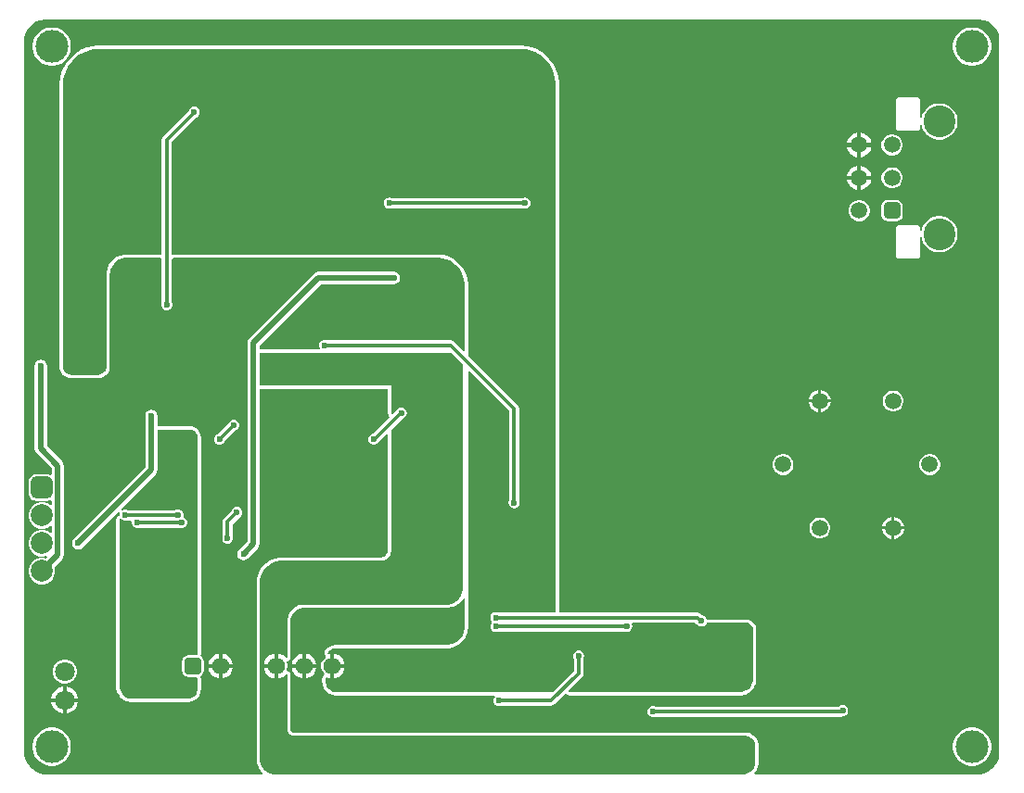
<source format=gbl>
G04*
G04 #@! TF.GenerationSoftware,Altium Limited,Altium Designer,24.0.1 (36)*
G04*
G04 Layer_Physical_Order=2*
G04 Layer_Color=16711680*
%FSLAX44Y44*%
%MOMM*%
G71*
G04*
G04 #@! TF.SameCoordinates,0B949CC5-81DD-4DDC-A94B-3872E86EF17A*
G04*
G04*
G04 #@! TF.FilePolarity,Positive*
G04*
G01*
G75*
%ADD10C,0.3000*%
%ADD51C,0.5000*%
%ADD53C,1.5000*%
%ADD54C,3.0000*%
G04:AMPARAMS|DCode=55|XSize=1.52mm|YSize=1.52mm|CornerRadius=0.38mm|HoleSize=0mm|Usage=FLASHONLY|Rotation=270.000|XOffset=0mm|YOffset=0mm|HoleType=Round|Shape=RoundedRectangle|*
%AMROUNDEDRECTD55*
21,1,1.5200,0.7600,0,0,270.0*
21,1,0.7600,1.5200,0,0,270.0*
1,1,0.7600,-0.3800,-0.3800*
1,1,0.7600,-0.3800,0.3800*
1,1,0.7600,0.3800,0.3800*
1,1,0.7600,0.3800,-0.3800*
%
%ADD55ROUNDEDRECTD55*%
%ADD56C,1.5200*%
%ADD57C,2.9100*%
%ADD58C,1.8000*%
G04:AMPARAMS|DCode=59|XSize=2mm|YSize=2mm|CornerRadius=0.5mm|HoleSize=0mm|Usage=FLASHONLY|Rotation=270.000|XOffset=0mm|YOffset=0mm|HoleType=Round|Shape=RoundedRectangle|*
%AMROUNDEDRECTD59*
21,1,2.0000,1.0000,0,0,270.0*
21,1,1.0000,2.0000,0,0,270.0*
1,1,1.0000,-0.5000,-0.5000*
1,1,1.0000,-0.5000,0.5000*
1,1,1.0000,0.5000,0.5000*
1,1,1.0000,0.5000,-0.5000*
%
%ADD59ROUNDEDRECTD59*%
%ADD60C,2.0000*%
%ADD61C,1.5750*%
G04:AMPARAMS|DCode=62|XSize=1.575mm|YSize=1.575mm|CornerRadius=0.3938mm|HoleSize=0mm|Usage=FLASHONLY|Rotation=0.000|XOffset=0mm|YOffset=0mm|HoleType=Round|Shape=RoundedRectangle|*
%AMROUNDEDRECTD62*
21,1,1.5750,0.7875,0,0,0.0*
21,1,0.7875,1.5750,0,0,0.0*
1,1,0.7875,0.3938,-0.3938*
1,1,0.7875,-0.3938,-0.3938*
1,1,0.7875,-0.3938,0.3938*
1,1,0.7875,0.3938,0.3938*
%
%ADD62ROUNDEDRECTD62*%
%ADD63C,0.6000*%
G36*
X880834Y694231D02*
X884474Y692724D01*
X887749Y690535D01*
X890535Y687749D01*
X892724Y684474D01*
X894231Y680834D01*
X895000Y676970D01*
X895000Y675000D01*
X895000Y25000D01*
Y23030D01*
X894231Y19166D01*
X892724Y15526D01*
X890535Y12251D01*
X887749Y9465D01*
X884473Y7276D01*
X880834Y5769D01*
X876970Y5000D01*
X875000D01*
X671678D01*
X671152Y6270D01*
X671707Y6825D01*
X671874Y7075D01*
X672087Y7288D01*
X673291Y9090D01*
X673406Y9368D01*
X673574Y9619D01*
X674403Y11621D01*
X674462Y11916D01*
X674577Y12194D01*
X675000Y14319D01*
Y14621D01*
X675058Y14916D01*
X675058Y15998D01*
X675059Y16000D01*
Y31886D01*
X675000Y32182D01*
Y32483D01*
X674654Y34222D01*
X674539Y34500D01*
X674480Y34796D01*
X673802Y36434D01*
X673634Y36684D01*
X673519Y36962D01*
X672534Y38437D01*
X672321Y38649D01*
X672154Y38900D01*
X670900Y40154D01*
X670649Y40321D01*
X670436Y40534D01*
X668962Y41519D01*
X668684Y41634D01*
X668434Y41802D01*
X666796Y42480D01*
X666500Y42539D01*
X666222Y42654D01*
X664483Y43000D01*
X664182D01*
X663886Y43059D01*
X663000D01*
X663000Y43059D01*
X521760D01*
X251268Y43059D01*
X250675Y43117D01*
X249451Y43624D01*
X248624Y44451D01*
X248117Y45675D01*
X248059Y46267D01*
Y96041D01*
X248039Y96140D01*
X248052Y96241D01*
X247923Y96722D01*
X247826Y97211D01*
X247770Y97296D01*
X247743Y97394D01*
X247440Y97789D01*
X247163Y98204D01*
X247078Y98260D01*
X247017Y98340D01*
X246585Y98590D01*
X246171Y98867D01*
X246071Y98886D01*
X245983Y98937D01*
X245222Y99195D01*
X244626Y99647D01*
X244446Y100224D01*
X244400Y100707D01*
X244875Y102480D01*
Y105080D01*
X244400Y106853D01*
X244446Y107336D01*
X244626Y107913D01*
X245222Y108364D01*
X245983Y108623D01*
X246071Y108674D01*
X246171Y108693D01*
X246585Y108970D01*
X247017Y109220D01*
X247078Y109300D01*
X247163Y109356D01*
X247440Y109771D01*
X247743Y110167D01*
X247770Y110265D01*
X247826Y110349D01*
X247923Y110838D01*
X248052Y111319D01*
X248039Y111420D01*
X248059Y111519D01*
Y144925D01*
X248116Y146095D01*
X248587Y148462D01*
X249482Y150622D01*
X250781Y152566D01*
X252434Y154219D01*
X254378Y155518D01*
X256537Y156412D01*
X258905Y156883D01*
X260086Y156941D01*
X391477D01*
X391773Y157000D01*
X392074D01*
X394972Y157576D01*
X395250Y157692D01*
X395546Y157751D01*
X398276Y158881D01*
X398526Y159049D01*
X398805Y159164D01*
X401261Y160805D01*
X401474Y161018D01*
X401725Y161186D01*
X403814Y163275D01*
X403982Y163526D01*
X404194Y163739D01*
X405671Y165949D01*
X406655Y165785D01*
X406941Y165641D01*
Y140075D01*
X406860Y138414D01*
X406198Y135086D01*
X404929Y132020D01*
X403085Y129261D01*
X400739Y126915D01*
X400739Y126915D01*
X397980Y125071D01*
X394914Y123802D01*
X391585Y123140D01*
X390637Y123094D01*
X390637Y123094D01*
X389924Y123059D01*
X388809Y123059D01*
X290001Y123059D01*
X289317Y123059D01*
X289317Y123059D01*
X289016Y123059D01*
X288720Y123000D01*
X288720D01*
X288720Y123000D01*
X288720D01*
X288720Y123000D01*
X288419Y123000D01*
X288124Y122942D01*
X288124D01*
X286783Y122675D01*
X286783Y122675D01*
X286782D01*
X286487Y122617D01*
X286209Y122501D01*
X285913Y122443D01*
X285635Y122327D01*
X285635Y122327D01*
X285635Y122327D01*
X284093Y121689D01*
X283843Y121522D01*
X283564Y121407D01*
X282177Y120480D01*
X282177Y120480D01*
X281926Y120312D01*
X281713Y120099D01*
X281462Y119932D01*
X280283Y118752D01*
X280283Y118752D01*
X280070Y118539D01*
X279902Y118289D01*
X279902Y118289D01*
X279902Y118289D01*
X279902Y118288D01*
X279689Y118076D01*
X279522Y117825D01*
X279522Y117825D01*
X279444Y117709D01*
X279382Y117559D01*
X279365Y117542D01*
X279343Y117488D01*
X279276Y117407D01*
X279210Y117285D01*
X279137Y117040D01*
X279060Y116897D01*
X279046Y116852D01*
X279036Y116748D01*
X278908Y116440D01*
X278908Y116288D01*
X278864Y116143D01*
X278908Y115695D01*
X278908Y115246D01*
X278966Y115106D01*
X278981Y114955D01*
X279130Y114677D01*
X279146Y114589D01*
X279239Y114446D01*
X279364Y114144D01*
X279442Y114028D01*
X279516Y113954D01*
X279543Y113902D01*
X279651Y113814D01*
X279798Y113589D01*
X280051Y113330D01*
X279891Y111785D01*
X279871Y111760D01*
X279736Y111682D01*
X277898Y109843D01*
X276598Y107592D01*
X275925Y105080D01*
Y102480D01*
X276598Y99968D01*
X277898Y97717D01*
X278781Y96833D01*
X278650Y95376D01*
X278566Y95250D01*
X278449Y95154D01*
X278419Y95118D01*
X278301Y95039D01*
X278299Y95038D01*
X278298Y95037D01*
X278086Y94825D01*
X277837Y94658D01*
X277670Y94408D01*
X277457Y94195D01*
X277456Y94193D01*
X277455Y94192D01*
X277341Y93915D01*
X277174Y93666D01*
X277115Y93371D01*
X277000Y93092D01*
Y93091D01*
X276999Y93089D01*
X277000Y92789D01*
X276941Y92495D01*
Y89015D01*
X277000Y88720D01*
Y88418D01*
X277384Y86486D01*
X277500Y86208D01*
X277558Y85913D01*
X278312Y84093D01*
X278480Y83842D01*
X278595Y83564D01*
X279689Y81926D01*
X279902Y81713D01*
X280070Y81462D01*
X281462Y80070D01*
X281713Y79902D01*
X281926Y79689D01*
X283564Y78595D01*
X283842Y78479D01*
X284093Y78312D01*
X285912Y77558D01*
X286208Y77500D01*
X286486Y77384D01*
X288418Y77000D01*
X288720D01*
X289015Y76941D01*
X290000D01*
X434074Y76941D01*
X434600Y75671D01*
X433761Y74832D01*
X433000Y72995D01*
Y71005D01*
X433761Y69168D01*
X435168Y67761D01*
X437005Y67000D01*
X438994D01*
X439989Y67412D01*
X486000D01*
X487756Y67761D01*
X489244Y68756D01*
X498482Y77994D01*
X498913Y78152D01*
X499698Y78313D01*
X500189Y77904D01*
X500504Y77560D01*
X500565Y77531D01*
X500613Y77484D01*
X501104Y77281D01*
X501155Y77257D01*
X501279Y77174D01*
X501372Y77155D01*
X501586Y77056D01*
X501653Y77053D01*
X501716Y77027D01*
X501853Y77000D01*
X502154Y77000D01*
X502449Y76941D01*
X659182D01*
X659477Y77000D01*
X659779D01*
X662097Y77461D01*
X662375Y77576D01*
X662671Y77635D01*
X664855Y78540D01*
X665105Y78707D01*
X665383Y78822D01*
X667349Y80136D01*
X667562Y80349D01*
X667812Y80516D01*
X668025Y80729D01*
X669484Y82188D01*
X669651Y82438D01*
X669651Y82438D01*
X669651Y82438D01*
X669864Y82651D01*
X670031Y82901D01*
X670032Y82902D01*
X671177Y84616D01*
X671293Y84895D01*
X671460Y85145D01*
X672365Y87329D01*
X672423Y87625D01*
X672539Y87903D01*
X673000Y90221D01*
Y90523D01*
X673058Y90818D01*
X673058Y91999D01*
X673059Y92000D01*
Y137000D01*
Y137974D01*
X673000Y138270D01*
Y138571D01*
X672885Y139150D01*
X672769Y139429D01*
X672711Y139724D01*
X671965Y141524D01*
X671798Y141775D01*
X671682Y142053D01*
X671354Y142544D01*
X671141Y142757D01*
X670974Y143008D01*
X669596Y144386D01*
X669345Y144553D01*
X669133Y144766D01*
X668641Y145094D01*
X668363Y145210D01*
X668112Y145377D01*
X666312Y146123D01*
X666017Y146181D01*
X665739Y146297D01*
X665159Y146412D01*
X664858D01*
X664562Y146471D01*
X627803D01*
X627239Y147832D01*
X625832Y149239D01*
X623995Y150000D01*
X623677D01*
X622433Y151244D01*
X620944Y152239D01*
X619188Y152588D01*
X493059D01*
Y249395D01*
X493059Y308122D01*
Y337099D01*
Y370307D01*
Y378000D01*
Y393500D01*
Y498427D01*
X493059Y523395D01*
Y635000D01*
X493059Y637163D01*
X493019Y637361D01*
X493033Y637562D01*
X492468Y641851D01*
X492403Y642042D01*
X492390Y642243D01*
X491270Y646422D01*
X491181Y646603D01*
X491142Y646801D01*
X489486Y650797D01*
X489374Y650965D01*
X489309Y651156D01*
X487146Y654902D01*
X487013Y655054D01*
X486924Y655235D01*
X484291Y658667D01*
X484139Y658800D01*
X484027Y658968D01*
X480968Y662027D01*
X480800Y662139D01*
X480667Y662290D01*
X477235Y664924D01*
X477054Y665013D01*
X476902Y665146D01*
X473156Y667309D01*
X472965Y667374D01*
X472797Y667486D01*
X468801Y669141D01*
X468603Y669181D01*
X468422Y669270D01*
X464243Y670390D01*
X464042Y670403D01*
X463851Y670468D01*
X459562Y671032D01*
X459360Y671019D01*
X459162Y671058D01*
X457003Y671058D01*
X455790Y671059D01*
X455789Y671059D01*
X455789Y671059D01*
X71771D01*
X71574Y671019D01*
X71372Y671033D01*
X66953Y670451D01*
X66762Y670386D01*
X66561Y670373D01*
X62256Y669219D01*
X62075Y669130D01*
X61877Y669091D01*
X57759Y667385D01*
X57592Y667273D01*
X57400Y667208D01*
X53541Y664980D01*
X53389Y664846D01*
X53208Y664757D01*
X49672Y662044D01*
X49539Y661892D01*
X49371Y661780D01*
X46220Y658629D01*
X46108Y658461D01*
X45956Y658328D01*
X43243Y654792D01*
X43154Y654611D01*
X43020Y654459D01*
X40792Y650600D01*
X40727Y650408D01*
X40615Y650241D01*
X38909Y646123D01*
X38870Y645925D01*
X38781Y645744D01*
X37627Y641439D01*
X37614Y641238D01*
X37549Y641047D01*
X36967Y636628D01*
X36981Y636426D01*
X36941Y636228D01*
X36941Y634000D01*
X36941Y632730D01*
Y378000D01*
X36941Y377212D01*
X37000Y376917D01*
Y376615D01*
X37059Y376320D01*
Y376320D01*
X37307Y375070D01*
X37423Y374791D01*
X37482Y374496D01*
X38084Y373040D01*
X38252Y372789D01*
X38367Y372511D01*
X39243Y371201D01*
X39456Y370988D01*
X39623Y370737D01*
X40737Y369623D01*
X40988Y369456D01*
X41201Y369243D01*
X42261Y368535D01*
X42261Y368535D01*
X42511Y368367D01*
X42790Y368252D01*
X43040Y368084D01*
X44496Y367481D01*
X44791Y367423D01*
X45070Y367307D01*
X45365Y367249D01*
X45365Y367249D01*
X46320Y367059D01*
X46320D01*
X46615Y367000D01*
X46917D01*
X47212Y366941D01*
X48000Y366941D01*
X48000Y366941D01*
X48000Y366941D01*
X72788D01*
X73083Y367000D01*
X73385D01*
X74930Y367307D01*
X75208Y367423D01*
X75504Y367481D01*
X76960Y368084D01*
X77210Y368252D01*
X77489Y368367D01*
X78799Y369243D01*
X79012Y369456D01*
X79262Y369623D01*
X80377Y370737D01*
X80544Y370988D01*
X80757Y371201D01*
X81633Y372511D01*
X81748Y372789D01*
X81915Y373040D01*
X82403Y374217D01*
X82403Y374218D01*
X82518Y374496D01*
X82577Y374791D01*
X82692Y375070D01*
X82941Y376320D01*
Y376320D01*
X83000Y376615D01*
Y376917D01*
X83059Y377212D01*
X83059Y377999D01*
X83059Y378000D01*
X83059Y461925D01*
X83131Y463389D01*
X83716Y466333D01*
X84836Y469036D01*
X86462Y471469D01*
X88531Y473538D01*
X90964Y475164D01*
X93667Y476283D01*
X96611Y476869D01*
X98083Y476941D01*
X118834Y476941D01*
X129513Y476941D01*
X129513Y476941D01*
X130412Y476204D01*
X130412Y436223D01*
X130000Y435229D01*
Y433239D01*
X130761Y431402D01*
X132168Y429995D01*
X134005Y429234D01*
X135995D01*
X137832Y429995D01*
X139239Y431402D01*
X140000Y433239D01*
Y435229D01*
X139588Y436223D01*
X139588Y475819D01*
X139824Y476210D01*
X140858Y476941D01*
X381950Y476941D01*
X383581Y476888D01*
X386865Y476455D01*
X390015Y475611D01*
X393028Y474363D01*
X395853Y472732D01*
X398441Y470747D01*
X400747Y468440D01*
X402732Y465853D01*
X404363Y463028D01*
X405611Y460015D01*
X406455Y456864D01*
X406888Y453581D01*
X406941Y451938D01*
X406941Y450812D01*
Y392343D01*
X406592Y392062D01*
X405768Y391721D01*
X397244Y400244D01*
X395756Y401239D01*
X394000Y401588D01*
X280989D01*
X279995Y402000D01*
X278005D01*
X276168Y401239D01*
X274761Y399832D01*
X274000Y397995D01*
Y396005D01*
X274694Y394329D01*
X274211Y393059D01*
X219608D01*
Y396677D01*
X275759Y452829D01*
X342163D01*
X344309Y453255D01*
X346128Y454471D01*
X347344Y456290D01*
X347771Y458436D01*
X347344Y460582D01*
X346128Y462402D01*
X344309Y463617D01*
X342163Y464044D01*
X273436D01*
X271290Y463617D01*
X269471Y462402D01*
X210035Y402965D01*
X208819Y401146D01*
X208392Y399000D01*
Y217573D01*
X201035Y210215D01*
X199819Y208396D01*
X199392Y206250D01*
Y205979D01*
X199819Y203834D01*
X201035Y202014D01*
X202854Y200799D01*
X205000Y200372D01*
X207146Y200799D01*
X208965Y202014D01*
X209510Y202830D01*
X217965Y211285D01*
X219181Y213104D01*
X219608Y215250D01*
Y356941D01*
X336941D01*
Y334648D01*
X337089Y333904D01*
X337174Y333477D01*
X337837Y332485D01*
X337982Y331057D01*
X337916Y330905D01*
X323011Y316000D01*
X323005D01*
X321168Y315239D01*
X319761Y313832D01*
X319000Y311995D01*
Y310005D01*
X319761Y308168D01*
X321168Y306761D01*
X323005Y306000D01*
X324995D01*
X326832Y306761D01*
X328239Y308168D01*
X328297Y308308D01*
X335768Y315779D01*
X336941Y315293D01*
Y210075D01*
X336908Y209394D01*
X336629Y207988D01*
X336109Y206734D01*
X335355Y205605D01*
X334395Y204645D01*
X333266Y203891D01*
X332011Y203371D01*
X330634Y203097D01*
X330634Y203097D01*
X330633D01*
X330606Y203092D01*
X329925Y203059D01*
X240000Y203059D01*
X238031Y203059D01*
X237735Y203000D01*
X237434Y203000D01*
X233570Y202232D01*
X233291Y202117D01*
X232995Y202058D01*
X229356Y200551D01*
X229105Y200383D01*
X228827Y200268D01*
X225551Y198079D01*
X225338Y197866D01*
X225087Y197699D01*
X222301Y194913D01*
X222134Y194662D01*
X221921Y194449D01*
X219732Y191173D01*
X219617Y190895D01*
X219449Y190644D01*
X217942Y187004D01*
X217883Y186709D01*
X217768Y186430D01*
X217000Y182566D01*
X217000Y182265D01*
X216941Y181969D01*
X216941Y180000D01*
X216941Y179999D01*
X216941Y178804D01*
Y19000D01*
Y17621D01*
X217000Y17326D01*
Y17024D01*
X217538Y14320D01*
X217653Y14041D01*
X217712Y13746D01*
X218767Y11198D01*
X218935Y10947D01*
X219050Y10669D01*
X220582Y8376D01*
X220795Y8163D01*
X220963Y7913D01*
X222605Y6270D01*
X222190Y5057D01*
X222145Y5000D01*
X25000D01*
X23030Y5000D01*
X19166Y5768D01*
X15526Y7276D01*
X12250Y9465D01*
X9465Y12251D01*
X7276Y15526D01*
X5768Y19166D01*
X5000Y23030D01*
X5000Y25000D01*
Y673804D01*
X5000Y675000D01*
X5000Y675000D01*
X5000Y675000D01*
X5000Y676970D01*
X5768Y680834D01*
X7276Y684474D01*
X9465Y687749D01*
X12251Y690535D01*
X15526Y692724D01*
X19166Y694231D01*
X23030Y695000D01*
X25000Y695000D01*
X875000Y695000D01*
X875000Y695000D01*
X875000Y695000D01*
X876970Y695000D01*
X880834Y694231D01*
D02*
G37*
G36*
X457002Y668000D02*
X459163Y668000D01*
X463451Y667435D01*
X467630Y666316D01*
X471627Y664660D01*
X475373Y662497D01*
X478805Y659864D01*
X481864Y656805D01*
X484497Y653373D01*
X486660Y649627D01*
X488316Y645630D01*
X489435Y641452D01*
X489435Y641452D01*
X490000Y637163D01*
X490000Y635000D01*
Y523395D01*
X490000Y498427D01*
Y393500D01*
Y378000D01*
Y370307D01*
Y337099D01*
Y308122D01*
X490000Y249395D01*
Y152588D01*
X437633D01*
X437451Y152710D01*
X435500Y153098D01*
X433549Y152710D01*
X431895Y151605D01*
X430790Y149951D01*
X430402Y148000D01*
X430790Y146049D01*
X431555Y144905D01*
X431792Y144000D01*
X431555Y143095D01*
X430790Y141951D01*
X430402Y140000D01*
X430790Y138049D01*
X431895Y136395D01*
X433549Y135290D01*
X435500Y134902D01*
X437451Y135290D01*
X437633Y135412D01*
X552867D01*
X553049Y135290D01*
X555000Y134902D01*
X556951Y135290D01*
X558605Y136395D01*
X559710Y138049D01*
X560098Y140000D01*
X559710Y141951D01*
X559482Y142292D01*
X560081Y143412D01*
X617288D01*
X618944Y141756D01*
X619324Y141502D01*
X619395Y141395D01*
X621049Y140290D01*
X623000Y139902D01*
X624951Y140290D01*
X626605Y141395D01*
X627710Y143049D01*
X627782Y143412D01*
X664562D01*
X665142Y143296D01*
X666942Y142551D01*
X667433Y142223D01*
X668811Y140845D01*
X669139Y140354D01*
X669885Y138554D01*
X670000Y137974D01*
Y137000D01*
Y92000D01*
X670000Y92000D01*
X670000Y90818D01*
X669941Y90523D01*
Y90522D01*
X669539Y88500D01*
X668634Y86316D01*
X667488Y84601D01*
X667488Y84601D01*
X667321Y84350D01*
X665862Y82892D01*
X665862Y82892D01*
X665649Y82679D01*
X663684Y81366D01*
X661500Y80461D01*
X659182Y80000D01*
X502449D01*
X502312Y80027D01*
X502142Y80308D01*
X502016Y81395D01*
X502080Y81591D01*
X514244Y93756D01*
X515239Y95244D01*
X515588Y97000D01*
Y110867D01*
X515710Y111049D01*
X516098Y113000D01*
X515710Y114951D01*
X514605Y116605D01*
X512951Y117710D01*
X511000Y118098D01*
X509049Y117710D01*
X507395Y116605D01*
X506290Y114951D01*
X505902Y113000D01*
X506290Y111049D01*
X506412Y110867D01*
Y98900D01*
X487511Y80000D01*
X290000Y80000D01*
X289015D01*
X287083Y80384D01*
X285263Y81138D01*
X285013Y81305D01*
X285013Y81306D01*
X283625Y82233D01*
X282232Y83625D01*
X281138Y85263D01*
X280384Y87083D01*
X280000Y89015D01*
Y92495D01*
X280000Y92496D01*
X280287Y92687D01*
X280394Y92795D01*
X280528Y92866D01*
X280813Y93214D01*
X281039Y93440D01*
X282830Y92698D01*
X284050Y92537D01*
Y103780D01*
Y115023D01*
X282830Y114862D01*
X281985Y115727D01*
X281908Y115843D01*
X281973Y115965D01*
X281987Y116009D01*
X282065Y116126D01*
X282065Y116126D01*
X282232Y116376D01*
X282445Y116589D01*
X282445Y116589D01*
X283625Y117769D01*
X283876Y117936D01*
X283876Y117936D01*
X285013Y118696D01*
X285013Y118696D01*
X285263Y118863D01*
X286805Y119501D01*
X286805Y119501D01*
X287083Y119616D01*
X287379Y119675D01*
X287379Y119675D01*
X288720Y119942D01*
X288720D01*
X289015Y120000D01*
X289316Y120000D01*
X289316Y120000D01*
X290000Y120000D01*
X388809Y120000D01*
X389924Y120000D01*
X390000Y120000D01*
X390787Y120038D01*
X391960Y120096D01*
X391960Y120096D01*
X395806Y120860D01*
X399428Y122360D01*
X402438Y124371D01*
X402438Y124371D01*
X402688Y124539D01*
X402901Y124752D01*
X402902Y124752D01*
X405248Y127098D01*
X405248Y127098D01*
X405461Y127311D01*
X407472Y130321D01*
X407472Y130321D01*
X407639Y130571D01*
X409140Y134194D01*
X409860Y137818D01*
Y137818D01*
X409904Y138040D01*
X410000Y140000D01*
X410000Y372852D01*
X411173Y373338D01*
X447412Y337099D01*
Y255133D01*
X447290Y254951D01*
X446902Y253000D01*
X447290Y251049D01*
X448395Y249395D01*
X450049Y248290D01*
X452000Y247902D01*
X453951Y248290D01*
X455605Y249395D01*
X456710Y251049D01*
X457098Y253000D01*
X456710Y254951D01*
X456588Y255133D01*
Y339000D01*
X456239Y340756D01*
X455244Y342244D01*
X410000Y387489D01*
Y392207D01*
Y450812D01*
X410000Y452000D01*
X410000Y452000D01*
X409940Y453831D01*
X409462Y457462D01*
X408514Y461000D01*
X407112Y464384D01*
X405281Y467556D01*
X403051Y470461D01*
X400462Y473051D01*
X400303Y473173D01*
X400303Y473173D01*
X397556Y475281D01*
X394384Y477112D01*
X391000Y478514D01*
X387463Y479462D01*
X383831Y479940D01*
X382000Y480000D01*
X140486Y480000D01*
X140486Y480000D01*
X139588Y480811D01*
X139587Y583098D01*
X161736Y605247D01*
X161951Y605290D01*
X163605Y606395D01*
X164710Y608049D01*
X165098Y610000D01*
X164710Y611951D01*
X163605Y613605D01*
X161951Y614710D01*
X160000Y615098D01*
X158049Y614710D01*
X156395Y613605D01*
X155290Y611951D01*
X155247Y611736D01*
X131754Y588243D01*
X130760Y586755D01*
X130410Y584999D01*
X130411Y480898D01*
X129513Y480000D01*
X118834Y480000D01*
X98000Y480000D01*
X98000Y480000D01*
X96236Y479913D01*
X92775Y479225D01*
X92496Y479109D01*
X92496Y479109D01*
X89793Y477990D01*
X89793Y477990D01*
X89515Y477874D01*
X86581Y475914D01*
X84086Y473419D01*
X82125Y470485D01*
X80775Y467225D01*
X80087Y463764D01*
X80000Y462000D01*
X80000Y378000D01*
X80000Y378000D01*
X80000Y377212D01*
X79941Y376917D01*
Y376917D01*
X79692Y375667D01*
X79577Y375388D01*
X79577Y375388D01*
X79089Y374211D01*
X78922Y373960D01*
X78922Y373960D01*
X78214Y372900D01*
X77100Y371786D01*
X75789Y370910D01*
X74333Y370307D01*
X72788Y370000D01*
X48000D01*
X48000Y370000D01*
X47212Y370000D01*
X46917Y370059D01*
X46917D01*
X45962Y370249D01*
X45962Y370249D01*
X45666Y370307D01*
X44211Y370910D01*
X43960Y371078D01*
X43960Y371078D01*
X42900Y371786D01*
X41786Y372900D01*
X40911Y374211D01*
X40307Y375667D01*
X40059Y376917D01*
Y376917D01*
X40000Y377212D01*
X40000Y378000D01*
Y632730D01*
X40000Y634000D01*
X40000Y636228D01*
X40582Y640647D01*
X41735Y644952D01*
X43441Y649070D01*
X45669Y652930D01*
X48383Y656466D01*
X51534Y659617D01*
X55070Y662331D01*
X58930Y664559D01*
X63048Y666265D01*
X67353Y667418D01*
X71771Y668000D01*
X455789D01*
X457002Y668000D01*
D02*
G37*
G36*
X405000Y379511D02*
Y360000D01*
Y340098D01*
X405000Y333049D01*
Y320011D01*
X405000Y175000D01*
X405000Y175000D01*
Y173523D01*
X404423Y170625D01*
X403293Y167895D01*
X401651Y165438D01*
X399562Y163349D01*
X397105Y161707D01*
X394375Y160576D01*
X391477Y160000D01*
X260000D01*
X260000Y160000D01*
X258529Y159927D01*
X255645Y159354D01*
X252929Y158228D01*
X250484Y156595D01*
X248405Y154516D01*
X246771Y152071D01*
X245646Y149354D01*
X245072Y146470D01*
X245000Y145000D01*
Y111519D01*
X243730Y111088D01*
X243113Y111893D01*
X240737Y113716D01*
X237969Y114862D01*
X236750Y115023D01*
Y103780D01*
Y92537D01*
X237969Y92698D01*
X240737Y93844D01*
X243113Y95667D01*
X243730Y96472D01*
X245000Y96041D01*
Y46118D01*
X245000Y46117D01*
X245117Y44924D01*
X246031Y42718D01*
X247719Y41031D01*
X249924Y40117D01*
X251117Y40000D01*
X521760Y40000D01*
X663000D01*
Y40000D01*
X663886D01*
X665625Y39654D01*
X667263Y38976D01*
X668737Y37991D01*
X669991Y36737D01*
X670976Y35263D01*
X671654Y33625D01*
X672000Y31886D01*
Y16000D01*
X672000Y16000D01*
X672000Y14916D01*
X671577Y12791D01*
X670748Y10789D01*
X669544Y8988D01*
X668012Y7456D01*
X666210Y6252D01*
X664208Y5423D01*
X662083Y5000D01*
X661000D01*
X234000Y5000D01*
X232621Y5000D01*
X229916Y5538D01*
X227369Y6593D01*
X225075Y8126D01*
X223125Y10076D01*
X221593Y12369D01*
X220538Y14916D01*
X220000Y17621D01*
Y19000D01*
Y178804D01*
X220000Y180000D01*
X220000Y180000D01*
X220000Y180000D01*
X220000Y181970D01*
X220768Y185834D01*
X222275Y189474D01*
X224464Y192750D01*
X227250Y195536D01*
X230526Y197725D01*
X234166Y199232D01*
X238030Y200000D01*
X240000Y200000D01*
X330000Y200000D01*
X330980Y200048D01*
X331230Y200097D01*
X332903Y200430D01*
X334715Y201180D01*
X336345Y202269D01*
X337731Y203655D01*
X338820Y205285D01*
X339570Y207097D01*
X339952Y209020D01*
X340000Y210000D01*
Y320011D01*
X350112Y330123D01*
X350951Y330290D01*
X352605Y331395D01*
X353710Y333049D01*
X354098Y335000D01*
X353710Y336951D01*
X352605Y338605D01*
X350951Y339710D01*
X349000Y340098D01*
X347049Y339710D01*
X345395Y338605D01*
X344950Y337939D01*
X341173Y334162D01*
X340000Y334648D01*
Y360000D01*
X219608D01*
Y390000D01*
X394511D01*
X405000Y379511D01*
D02*
G37*
%LPC*%
G36*
X871723Y687500D02*
X868276D01*
X864895Y686827D01*
X861711Y685508D01*
X858844Y683593D01*
X856407Y681155D01*
X854492Y678289D01*
X853172Y675104D01*
X852500Y671723D01*
Y668276D01*
X853172Y664895D01*
X854492Y661711D01*
X856407Y658844D01*
X858844Y656407D01*
X861711Y654492D01*
X864895Y653172D01*
X868276Y652500D01*
X871723D01*
X875104Y653172D01*
X878289Y654492D01*
X881155Y656407D01*
X883593Y658844D01*
X885508Y661711D01*
X886827Y664895D01*
X887500Y668276D01*
Y671723D01*
X886827Y675104D01*
X885508Y678289D01*
X883593Y681155D01*
X881155Y683593D01*
X878289Y685508D01*
X875104Y686827D01*
X871723Y687500D01*
D02*
G37*
G36*
X31724D02*
X28276D01*
X24896Y686827D01*
X21711Y685508D01*
X18844Y683593D01*
X16407Y681155D01*
X14492Y678289D01*
X13173Y675104D01*
X12500Y671723D01*
Y668276D01*
X13173Y664895D01*
X14492Y661711D01*
X16407Y658844D01*
X18844Y656407D01*
X21711Y654492D01*
X24896Y653172D01*
X28276Y652500D01*
X31724D01*
X35105Y653172D01*
X38289Y654492D01*
X41156Y656407D01*
X43593Y658844D01*
X45508Y661711D01*
X46828Y664895D01*
X47500Y668276D01*
Y671723D01*
X46828Y675104D01*
X45508Y678289D01*
X43593Y681155D01*
X41156Y683593D01*
X38289Y685508D01*
X35105Y686827D01*
X31724Y687500D01*
D02*
G37*
G36*
X819600Y623809D02*
X803600D01*
X802430Y623576D01*
X801437Y622913D01*
X800774Y621921D01*
X800541Y620750D01*
Y596250D01*
X800774Y595079D01*
X801437Y594087D01*
X802430Y593424D01*
X803600Y593191D01*
X819600D01*
X820770Y593424D01*
X821763Y594087D01*
X822426Y595079D01*
X822659Y596250D01*
Y598344D01*
X823929Y598469D01*
X824286Y596673D01*
X825534Y593661D01*
X827345Y590950D01*
X829650Y588645D01*
X832361Y586834D01*
X835373Y585586D01*
X838570Y584950D01*
X841830D01*
X845027Y585586D01*
X848039Y586834D01*
X850750Y588645D01*
X853055Y590950D01*
X854866Y593661D01*
X856114Y596673D01*
X856750Y599870D01*
Y603130D01*
X856114Y606328D01*
X854866Y609339D01*
X853055Y612050D01*
X850750Y614355D01*
X848039Y616166D01*
X845027Y617414D01*
X841830Y618050D01*
X838570D01*
X835373Y617414D01*
X832361Y616166D01*
X829650Y614355D01*
X827345Y612050D01*
X825534Y609339D01*
X824286Y606328D01*
X823929Y604531D01*
X822659Y604656D01*
Y620750D01*
X822426Y621921D01*
X821763Y622913D01*
X820770Y623576D01*
X819600Y623809D01*
D02*
G37*
G36*
X768750Y591023D02*
Y581750D01*
X778023D01*
X777343Y584285D01*
X775882Y586816D01*
X773815Y588882D01*
X771284Y590344D01*
X768750Y591023D01*
D02*
G37*
G36*
X765250D02*
X762715Y590344D01*
X760184Y588882D01*
X758118Y586816D01*
X756656Y584285D01*
X755977Y581750D01*
X765250D01*
Y591023D01*
D02*
G37*
G36*
X798264Y589600D02*
X795736D01*
X793294Y588946D01*
X791105Y587682D01*
X789318Y585895D01*
X788054Y583705D01*
X787400Y581264D01*
Y578736D01*
X788054Y576295D01*
X789318Y574105D01*
X791105Y572318D01*
X793294Y571054D01*
X795736Y570400D01*
X798264D01*
X800705Y571054D01*
X802894Y572318D01*
X804682Y574105D01*
X805946Y576295D01*
X806600Y578736D01*
Y581264D01*
X805946Y583705D01*
X804682Y585895D01*
X802894Y587682D01*
X800705Y588946D01*
X798264Y589600D01*
D02*
G37*
G36*
X778023Y578250D02*
X768750D01*
Y568977D01*
X771284Y569656D01*
X773815Y571118D01*
X775882Y573185D01*
X777343Y575716D01*
X778023Y578250D01*
D02*
G37*
G36*
X765250D02*
X755977D01*
X756656Y575716D01*
X758118Y573185D01*
X760184Y571118D01*
X762715Y569656D01*
X765250Y568977D01*
Y578250D01*
D02*
G37*
G36*
X768750Y561023D02*
Y551750D01*
X778023D01*
X777343Y554285D01*
X775882Y556816D01*
X773815Y558882D01*
X771284Y560344D01*
X768750Y561023D01*
D02*
G37*
G36*
X765250D02*
X762715Y560344D01*
X760184Y558882D01*
X758118Y556816D01*
X756656Y554285D01*
X755977Y551750D01*
X765250D01*
Y561023D01*
D02*
G37*
G36*
X798264Y559600D02*
X795736D01*
X793294Y558946D01*
X791105Y557682D01*
X789318Y555895D01*
X788054Y553705D01*
X787400Y551264D01*
Y548736D01*
X788054Y546295D01*
X789318Y544106D01*
X791105Y542318D01*
X793294Y541054D01*
X795736Y540400D01*
X798264D01*
X800705Y541054D01*
X802894Y542318D01*
X804682Y544106D01*
X805946Y546295D01*
X806600Y548736D01*
Y551264D01*
X805946Y553705D01*
X804682Y555895D01*
X802894Y557682D01*
X800705Y558946D01*
X798264Y559600D01*
D02*
G37*
G36*
X778023Y548250D02*
X768750D01*
Y538978D01*
X771284Y539657D01*
X773815Y541118D01*
X775882Y543185D01*
X777343Y545716D01*
X778023Y548250D01*
D02*
G37*
G36*
X765250D02*
X755977D01*
X756656Y545716D01*
X758118Y543185D01*
X760184Y541118D01*
X762715Y539657D01*
X765250Y538978D01*
Y548250D01*
D02*
G37*
G36*
X768264Y529600D02*
X765736D01*
X763294Y528946D01*
X761105Y527682D01*
X759318Y525895D01*
X758054Y523706D01*
X757400Y521264D01*
Y518736D01*
X758054Y516295D01*
X759318Y514106D01*
X761105Y512318D01*
X763294Y511054D01*
X765736Y510400D01*
X768264D01*
X770705Y511054D01*
X772894Y512318D01*
X774682Y514106D01*
X775946Y516295D01*
X776600Y518736D01*
Y521264D01*
X775946Y523706D01*
X774682Y525895D01*
X772894Y527682D01*
X770705Y528946D01*
X768264Y529600D01*
D02*
G37*
G36*
X800800Y529714D02*
X793200D01*
X790937Y529264D01*
X789018Y527982D01*
X787736Y526063D01*
X787286Y523800D01*
Y516200D01*
X787736Y513937D01*
X789018Y512019D01*
X790937Y510737D01*
X793200Y510286D01*
X800800D01*
X803063Y510737D01*
X804981Y512019D01*
X806263Y513937D01*
X806713Y516200D01*
Y523800D01*
X806263Y526063D01*
X804981Y527982D01*
X803063Y529264D01*
X800800Y529714D01*
D02*
G37*
G36*
X841830Y515050D02*
X838570D01*
X835373Y514414D01*
X832361Y513167D01*
X829650Y511355D01*
X827345Y509050D01*
X825534Y506339D01*
X824286Y503327D01*
X823929Y501531D01*
X822659Y501656D01*
Y503750D01*
X822426Y504921D01*
X821763Y505913D01*
X820770Y506576D01*
X819600Y506809D01*
X803600D01*
X802430Y506576D01*
X801437Y505913D01*
X800774Y504921D01*
X800541Y503750D01*
Y479250D01*
X800774Y478079D01*
X801437Y477087D01*
X802430Y476424D01*
X803600Y476191D01*
X819600D01*
X820770Y476424D01*
X821763Y477087D01*
X822426Y478079D01*
X822659Y479250D01*
Y495344D01*
X823929Y495469D01*
X824286Y493673D01*
X825534Y490661D01*
X827345Y487950D01*
X829650Y485645D01*
X832361Y483834D01*
X835373Y482586D01*
X838570Y481950D01*
X841830D01*
X845027Y482586D01*
X848039Y483834D01*
X850750Y485645D01*
X853055Y487950D01*
X854866Y490661D01*
X856114Y493673D01*
X856750Y496870D01*
Y500130D01*
X856114Y503327D01*
X854866Y506339D01*
X853055Y509050D01*
X850750Y511355D01*
X848039Y513167D01*
X845027Y514414D01*
X841830Y515050D01*
D02*
G37*
G36*
X732322Y356040D02*
X732270D01*
Y347270D01*
X741040D01*
Y347322D01*
X740356Y349875D01*
X739034Y352165D01*
X737165Y354034D01*
X734875Y355356D01*
X732322Y356040D01*
D02*
G37*
G36*
X729730D02*
X729678D01*
X727125Y355356D01*
X724835Y354034D01*
X722966Y352165D01*
X721644Y349875D01*
X720960Y347322D01*
Y347270D01*
X729730D01*
Y356040D01*
D02*
G37*
G36*
X799251Y355500D02*
X796749D01*
X794333Y354853D01*
X792167Y353602D01*
X790398Y351833D01*
X789147Y349667D01*
X788500Y347251D01*
Y344749D01*
X789147Y342333D01*
X790398Y340167D01*
X792167Y338398D01*
X794333Y337147D01*
X796749Y336500D01*
X799251D01*
X801667Y337147D01*
X803833Y338398D01*
X805602Y340167D01*
X806853Y342333D01*
X807500Y344749D01*
Y347251D01*
X806853Y349667D01*
X805602Y351833D01*
X803833Y353602D01*
X801667Y354853D01*
X799251Y355500D01*
D02*
G37*
G36*
X741040Y344730D02*
X732270D01*
Y335960D01*
X732322D01*
X734875Y336644D01*
X737165Y337966D01*
X739034Y339835D01*
X740356Y342125D01*
X741040Y344678D01*
Y344730D01*
D02*
G37*
G36*
X729730D02*
X720960D01*
Y344678D01*
X721644Y342125D01*
X722966Y339835D01*
X724835Y337966D01*
X727125Y336644D01*
X729678Y335960D01*
X729730D01*
Y344730D01*
D02*
G37*
G36*
X196995Y329000D02*
X195006D01*
X193168Y328239D01*
X191761Y326832D01*
X191324Y325777D01*
X181102Y315555D01*
X180168Y315168D01*
X178761Y313762D01*
X178000Y311924D01*
Y309935D01*
X178761Y308097D01*
X180168Y306690D01*
X182005Y305929D01*
X183995D01*
X185832Y306690D01*
X187239Y308097D01*
X187675Y309151D01*
X197899Y319375D01*
X198832Y319761D01*
X200239Y321168D01*
X201000Y323005D01*
Y324995D01*
X200239Y326832D01*
X198832Y328239D01*
X196995Y329000D01*
D02*
G37*
G36*
X832750Y297477D02*
X830249D01*
X827833Y296829D01*
X825666Y295579D01*
X823898Y293810D01*
X822647Y291644D01*
X822000Y289227D01*
Y286726D01*
X822647Y284310D01*
X823898Y282144D01*
X825666Y280375D01*
X827833Y279124D01*
X830249Y278477D01*
X832750D01*
X835166Y279124D01*
X837333Y280375D01*
X839101Y282144D01*
X840352Y284310D01*
X841000Y286726D01*
Y289227D01*
X840352Y291644D01*
X839101Y293810D01*
X837333Y295579D01*
X835166Y296829D01*
X832750Y297477D01*
D02*
G37*
G36*
X698751D02*
X696249D01*
X693833Y296829D01*
X691667Y295579D01*
X689898Y293810D01*
X688647Y291644D01*
X688000Y289227D01*
Y286726D01*
X688647Y284310D01*
X689898Y282144D01*
X691667Y280375D01*
X693833Y279124D01*
X696249Y278477D01*
X698751D01*
X701167Y279124D01*
X703333Y280375D01*
X705102Y282144D01*
X706352Y284310D01*
X707000Y286726D01*
Y289227D01*
X706352Y291644D01*
X705102Y293810D01*
X703333Y295579D01*
X701167Y296829D01*
X698751Y297477D01*
D02*
G37*
G36*
X20000Y383608D02*
X17854Y383181D01*
X16035Y381965D01*
X14819Y380146D01*
X14392Y378000D01*
Y302514D01*
X14819Y300368D01*
X16035Y298549D01*
X29892Y284692D01*
Y279139D01*
X28622Y278291D01*
X27827Y278620D01*
X26000Y278861D01*
X16000D01*
X14172Y278620D01*
X12470Y277915D01*
X11007Y276793D01*
X9885Y275331D01*
X9180Y273628D01*
X8939Y271800D01*
Y261800D01*
X9180Y259973D01*
X9885Y258270D01*
X11007Y256808D01*
X12470Y255686D01*
X14172Y254980D01*
X16000Y254740D01*
X26000D01*
X27827Y254980D01*
X28622Y255310D01*
X29892Y254461D01*
Y251138D01*
X28719Y250652D01*
X28368Y251003D01*
X25632Y252582D01*
X22580Y253400D01*
X19420D01*
X16368Y252582D01*
X13632Y251003D01*
X11397Y248768D01*
X9818Y246032D01*
X9000Y242980D01*
Y239820D01*
X9818Y236768D01*
X11397Y234032D01*
X13632Y231798D01*
X16368Y230218D01*
X19420Y229400D01*
X22580D01*
X25632Y230218D01*
X28368Y231798D01*
X28719Y232149D01*
X29892Y231663D01*
Y225738D01*
X28719Y225252D01*
X28368Y225603D01*
X25632Y227183D01*
X22580Y228000D01*
X19420D01*
X16368Y227183D01*
X13632Y225603D01*
X11397Y223368D01*
X9818Y220632D01*
X9000Y217580D01*
Y214420D01*
X9818Y211368D01*
X11397Y208632D01*
X13632Y206398D01*
X16368Y204818D01*
X19420Y204000D01*
X22580D01*
X24264Y204452D01*
X25661Y203511D01*
X25696Y203227D01*
X24543Y202074D01*
X22580Y202600D01*
X19420D01*
X16368Y201782D01*
X13632Y200203D01*
X11397Y197968D01*
X9818Y195232D01*
X9000Y192180D01*
Y189020D01*
X9818Y185968D01*
X11397Y183232D01*
X13632Y180998D01*
X16368Y179418D01*
X19420Y178600D01*
X22580D01*
X25632Y179418D01*
X28368Y180998D01*
X30602Y183232D01*
X32182Y185968D01*
X33000Y189020D01*
Y192180D01*
X32474Y194144D01*
X39465Y201135D01*
X40681Y202954D01*
X41108Y205100D01*
Y287015D01*
X40681Y289161D01*
X39465Y290980D01*
X25608Y304837D01*
Y378000D01*
X25181Y380146D01*
X23965Y381965D01*
X22146Y383181D01*
X20000Y383608D01*
D02*
G37*
G36*
X799322Y239993D02*
X799270D01*
Y231223D01*
X808040D01*
Y231275D01*
X807356Y233828D01*
X806034Y236118D01*
X804165Y237987D01*
X801875Y239309D01*
X799322Y239993D01*
D02*
G37*
G36*
X796730D02*
X796678D01*
X794125Y239309D01*
X791835Y237987D01*
X789966Y236118D01*
X788644Y233828D01*
X787960Y231275D01*
Y231223D01*
X796730D01*
Y239993D01*
D02*
G37*
G36*
X732251Y239453D02*
X729749D01*
X727333Y238806D01*
X725167Y237555D01*
X723398Y235786D01*
X722147Y233620D01*
X721500Y231204D01*
Y228702D01*
X722147Y226286D01*
X723398Y224120D01*
X725167Y222351D01*
X727333Y221100D01*
X729749Y220453D01*
X732251D01*
X734667Y221100D01*
X736833Y222351D01*
X738602Y224120D01*
X739852Y226286D01*
X740500Y228702D01*
Y231204D01*
X739852Y233620D01*
X738602Y235786D01*
X736833Y237555D01*
X734667Y238806D01*
X732251Y239453D01*
D02*
G37*
G36*
X808040Y228683D02*
X799270D01*
Y219913D01*
X799322D01*
X801875Y220597D01*
X804165Y221919D01*
X806034Y223788D01*
X807356Y226078D01*
X808040Y228631D01*
Y228683D01*
D02*
G37*
G36*
X796730D02*
X787960D01*
Y228631D01*
X788644Y226078D01*
X789966Y223788D01*
X791835Y221919D01*
X794125Y220597D01*
X796678Y219913D01*
X796730D01*
Y228683D01*
D02*
G37*
G36*
X199995Y249000D02*
X198005D01*
X196168Y248239D01*
X194761Y246832D01*
X194349Y245838D01*
X187294Y238782D01*
X186299Y237294D01*
X185950Y235538D01*
Y222527D01*
X185538Y221532D01*
Y219543D01*
X186299Y217706D01*
X187706Y216299D01*
X189543Y215538D01*
X191532D01*
X193370Y216299D01*
X194777Y217706D01*
X195538Y219543D01*
Y221532D01*
X195126Y222527D01*
Y233638D01*
X200838Y239349D01*
X201832Y239761D01*
X203239Y241168D01*
X204000Y243005D01*
Y244995D01*
X203239Y246832D01*
X201832Y248239D01*
X199995Y249000D01*
D02*
G37*
G36*
X262150Y115087D02*
Y105530D01*
X271707D01*
X271000Y108171D01*
X269502Y110764D01*
X267384Y112882D01*
X264790Y114380D01*
X262150Y115087D01*
D02*
G37*
G36*
X258650D02*
X256009Y114380D01*
X253416Y112882D01*
X251298Y110764D01*
X249800Y108171D01*
X249093Y105530D01*
X258650D01*
Y115087D01*
D02*
G37*
G36*
X185950D02*
Y105530D01*
X195507D01*
X194800Y108171D01*
X193302Y110764D01*
X191184Y112882D01*
X188591Y114380D01*
X185950Y115087D01*
D02*
G37*
G36*
X182450D02*
X179809Y114380D01*
X177215Y112882D01*
X175098Y110764D01*
X173600Y108171D01*
X172892Y105530D01*
X182450D01*
Y115087D01*
D02*
G37*
G36*
X271707Y102030D02*
X262150D01*
Y92473D01*
X264790Y93180D01*
X267384Y94678D01*
X269502Y96796D01*
X271000Y99389D01*
X271707Y102030D01*
D02*
G37*
G36*
X258650D02*
X249093D01*
X249800Y99389D01*
X251298Y96796D01*
X253416Y94678D01*
X256009Y93180D01*
X258650Y92473D01*
Y102030D01*
D02*
G37*
G36*
X195507D02*
X185950D01*
Y92473D01*
X188591Y93180D01*
X191184Y94678D01*
X193302Y96796D01*
X194800Y99389D01*
X195507Y102030D01*
D02*
G37*
G36*
X182450D02*
X172892D01*
X173600Y99389D01*
X175098Y96796D01*
X177215Y94678D01*
X179809Y93180D01*
X182450Y92473D01*
Y102030D01*
D02*
G37*
G36*
X43203Y109750D02*
X40307D01*
X37509Y109000D01*
X35001Y107552D01*
X32952Y105504D01*
X31504Y102996D01*
X30755Y100198D01*
Y97302D01*
X31504Y94504D01*
X32952Y91996D01*
X35001Y89948D01*
X37509Y88500D01*
X40307Y87750D01*
X43203D01*
X46000Y88500D01*
X48509Y89948D01*
X50557Y91996D01*
X52005Y94504D01*
X52755Y97302D01*
Y100198D01*
X52005Y102996D01*
X50557Y105504D01*
X48509Y107552D01*
X46000Y109000D01*
X43203Y109750D01*
D02*
G37*
G36*
X43505Y85222D02*
Y74500D01*
X54227D01*
X53403Y77575D01*
X51757Y80425D01*
X49430Y82752D01*
X46579Y84398D01*
X43505Y85222D01*
D02*
G37*
G36*
X40005D02*
X36930Y84398D01*
X34079Y82752D01*
X31752Y80425D01*
X30106Y77575D01*
X29283Y74500D01*
X40005D01*
Y85222D01*
D02*
G37*
G36*
X120858Y338108D02*
X118712Y337681D01*
X116893Y336465D01*
X115677Y334646D01*
X115251Y332500D01*
X115392Y331787D01*
Y285323D01*
X50035Y219965D01*
X48819Y218146D01*
X48392Y216000D01*
X48819Y213854D01*
X50035Y212035D01*
X51854Y210819D01*
X54000Y210392D01*
X56146Y210819D01*
X57965Y212035D01*
X89885Y243955D01*
X91163Y244186D01*
X91488Y244052D01*
X91786Y243867D01*
X92080Y243188D01*
X92000Y242995D01*
Y241444D01*
X90829Y240959D01*
X89837Y240296D01*
X89589Y239924D01*
X89174Y239304D01*
X88941Y238133D01*
X88941Y85000D01*
Y83917D01*
X89000Y83621D01*
Y83320D01*
X89423Y81195D01*
X89538Y80916D01*
X89597Y80621D01*
X90426Y78619D01*
X90593Y78369D01*
X90709Y78090D01*
X91912Y76289D01*
X92126Y76076D01*
X92293Y75825D01*
X93825Y74293D01*
X94076Y74125D01*
X94289Y73913D01*
X96090Y72709D01*
X96369Y72593D01*
X96619Y72426D01*
X98621Y71597D01*
X98916Y71538D01*
X99195Y71423D01*
X101320Y71000D01*
X101621D01*
X101917Y70941D01*
X103000D01*
X103000Y70941D01*
X154000D01*
X154886Y70941D01*
X155182Y71000D01*
X155483D01*
X157222Y71346D01*
X157500Y71461D01*
X157796Y71520D01*
X159434Y72198D01*
X159684Y72366D01*
X159962Y72481D01*
X161436Y73466D01*
X161649Y73679D01*
X161900Y73846D01*
X163153Y75100D01*
X163321Y75350D01*
X163534Y75563D01*
X164519Y77038D01*
X164634Y77316D01*
X164802Y77566D01*
X165480Y79204D01*
X165539Y79500D01*
X165654Y79778D01*
X166000Y81517D01*
Y81818D01*
X166059Y82114D01*
Y83000D01*
X166059Y83000D01*
Y92627D01*
X166045Y92696D01*
X166056Y92764D01*
X165929Y93279D01*
X165826Y93798D01*
X165787Y93856D01*
X165771Y93923D01*
X166402Y95150D01*
X167018Y95562D01*
X168330Y97526D01*
X168791Y99843D01*
Y107718D01*
X168330Y110034D01*
X167018Y111998D01*
X165816Y112802D01*
X165826Y112816D01*
X165914Y113257D01*
X166044Y113687D01*
X166029Y113838D01*
X166059Y113987D01*
X166059Y230761D01*
Y242995D01*
Y313000D01*
Y313689D01*
X166000Y313985D01*
Y314286D01*
X165731Y315639D01*
X165616Y315917D01*
X165557Y316212D01*
X165029Y317486D01*
X164862Y317737D01*
X164747Y318015D01*
X163981Y319162D01*
X163768Y319375D01*
X163600Y319625D01*
X162625Y320600D01*
X162375Y320768D01*
X162162Y320980D01*
X161015Y321747D01*
X160737Y321862D01*
X160486Y322029D01*
X159212Y322557D01*
X158917Y322616D01*
X158639Y322731D01*
X157286Y323000D01*
X156985D01*
X156690Y323059D01*
X126608D01*
Y332358D01*
X126181Y334504D01*
X124965Y336324D01*
X124824Y336465D01*
X123004Y337681D01*
X120858Y338108D01*
D02*
G37*
G36*
X752995Y68000D02*
X751005D01*
X749168Y67239D01*
X748635Y66706D01*
X748458Y66588D01*
X580989D01*
X579995Y67000D01*
X578005D01*
X576168Y66239D01*
X574761Y64832D01*
X574000Y62995D01*
Y61005D01*
X574761Y59168D01*
X576168Y57761D01*
X578005Y57000D01*
X579995D01*
X580989Y57412D01*
X750188D01*
X751944Y57761D01*
X752302Y58000D01*
X752995D01*
X754832Y58761D01*
X756239Y60168D01*
X757000Y62005D01*
Y63995D01*
X756239Y65832D01*
X754832Y67239D01*
X752995Y68000D01*
D02*
G37*
G36*
X54227Y71000D02*
X43505D01*
Y60278D01*
X46579Y61102D01*
X49430Y62748D01*
X51757Y65075D01*
X53403Y67925D01*
X54227Y71000D01*
D02*
G37*
G36*
X40005D02*
X29283D01*
X30106Y67925D01*
X31752Y65075D01*
X34079Y62748D01*
X36930Y61102D01*
X40005Y60278D01*
Y71000D01*
D02*
G37*
G36*
X871723Y47500D02*
X868276D01*
X864895Y46828D01*
X861711Y45508D01*
X858844Y43593D01*
X856407Y41156D01*
X854492Y38289D01*
X853172Y35105D01*
X852500Y31724D01*
Y28277D01*
X853172Y24896D01*
X854492Y21711D01*
X856407Y18844D01*
X858844Y16407D01*
X861711Y14492D01*
X864895Y13173D01*
X868276Y12500D01*
X871723D01*
X875104Y13173D01*
X878289Y14492D01*
X881155Y16407D01*
X883593Y18844D01*
X885508Y21711D01*
X886827Y24896D01*
X887500Y28277D01*
Y31724D01*
X886827Y35105D01*
X885508Y38289D01*
X883593Y41156D01*
X881155Y43593D01*
X878289Y45508D01*
X875104Y46828D01*
X871723Y47500D01*
D02*
G37*
G36*
X31724D02*
X28276D01*
X24896Y46828D01*
X21711Y45508D01*
X18844Y43593D01*
X16407Y41156D01*
X14492Y38289D01*
X13173Y35105D01*
X12500Y31724D01*
Y28277D01*
X13173Y24896D01*
X14492Y21711D01*
X16407Y18844D01*
X18844Y16407D01*
X21711Y14492D01*
X24896Y13173D01*
X28276Y12500D01*
X31724D01*
X35105Y13173D01*
X38289Y14492D01*
X41156Y16407D01*
X43593Y18844D01*
X45508Y21711D01*
X46828Y24896D01*
X47500Y28277D01*
Y31724D01*
X46828Y35105D01*
X45508Y38289D01*
X43593Y41156D01*
X41156Y43593D01*
X38289Y45508D01*
X35105Y46828D01*
X31724Y47500D01*
D02*
G37*
%LPD*%
G36*
X158042Y319731D02*
X159316Y319203D01*
X160462Y318437D01*
X161437Y317462D01*
X162203Y316316D01*
X162731Y315042D01*
X163000Y313689D01*
Y313000D01*
Y242995D01*
Y230761D01*
X163000Y113987D01*
X162737Y113771D01*
X154862D01*
X152546Y113310D01*
X150582Y111998D01*
X149269Y110034D01*
X148809Y107718D01*
Y99843D01*
X149269Y97526D01*
X150582Y95562D01*
X152546Y94249D01*
X154862Y93789D01*
X161730D01*
X163000Y92627D01*
Y83000D01*
X163000Y83000D01*
Y82114D01*
X162654Y80375D01*
X161976Y78737D01*
X160991Y77263D01*
X159737Y76009D01*
X158263Y75024D01*
X156625Y74346D01*
X154886Y74000D01*
X154000Y74000D01*
X103000D01*
Y74000D01*
X101917D01*
X99791Y74423D01*
X97789Y75252D01*
X95988Y76456D01*
X94456Y77988D01*
X93252Y79790D01*
X92423Y81791D01*
X92000Y83917D01*
Y85000D01*
X92000Y238133D01*
X93270Y238659D01*
X94168Y237761D01*
X96006Y237000D01*
X97054D01*
X97498Y236912D01*
X97499Y236912D01*
X97500Y236912D01*
X102387D01*
X103000Y235994D01*
Y234005D01*
X103761Y232168D01*
X105168Y230761D01*
X107006Y230000D01*
X108995D01*
X109688Y230287D01*
X146093D01*
X147388Y229750D01*
X149377D01*
X151215Y230512D01*
X152622Y231918D01*
X153383Y233756D01*
Y235745D01*
X152622Y237583D01*
X151215Y238989D01*
X149465Y239714D01*
X150000Y241006D01*
Y242995D01*
X149239Y244832D01*
X147832Y246239D01*
X145995Y247000D01*
X144005D01*
X142168Y246239D01*
X142017Y246088D01*
X99984D01*
X99832Y246239D01*
X97995Y247000D01*
X96006D01*
X94248Y246272D01*
X94131Y246253D01*
X92863Y246730D01*
X92829Y246898D01*
X124965Y279035D01*
X126181Y280854D01*
X126608Y283000D01*
Y320000D01*
X156690D01*
X158042Y319731D01*
D02*
G37*
%LPC*%
G36*
X462000Y532098D02*
X460049Y531710D01*
X459867Y531588D01*
X340133D01*
X339951Y531710D01*
X338000Y532098D01*
X336049Y531710D01*
X334395Y530605D01*
X333290Y528951D01*
X332902Y527000D01*
X333290Y525049D01*
X334395Y523395D01*
X336049Y522290D01*
X338000Y521902D01*
X339951Y522290D01*
X340133Y522412D01*
X459867D01*
X460049Y522290D01*
X462000Y521902D01*
X463951Y522290D01*
X465605Y523395D01*
X466710Y525049D01*
X467098Y527000D01*
X466710Y528951D01*
X465605Y530605D01*
X463951Y531710D01*
X462000Y532098D01*
D02*
G37*
G36*
X287550Y115023D02*
Y105530D01*
X297043D01*
X296882Y106749D01*
X295736Y109517D01*
X293913Y111893D01*
X291537Y113716D01*
X288769Y114862D01*
X287550Y115023D01*
D02*
G37*
G36*
X297043Y102030D02*
X287550D01*
Y92537D01*
X288769Y92698D01*
X291537Y93844D01*
X293913Y95667D01*
X295736Y98043D01*
X296882Y100811D01*
X297043Y102030D01*
D02*
G37*
G36*
X233250Y115023D02*
X232030Y114862D01*
X229263Y113716D01*
X226887Y111893D01*
X225064Y109517D01*
X223918Y106749D01*
X223757Y105530D01*
X233250D01*
Y115023D01*
D02*
G37*
G36*
Y102030D02*
X223757D01*
X223918Y100811D01*
X225064Y98043D01*
X226887Y95667D01*
X229263Y93844D01*
X232030Y92698D01*
X233250Y92537D01*
Y102030D01*
D02*
G37*
%LPD*%
D10*
X324500Y311000D02*
X348500Y335000D01*
X324000Y311000D02*
X324500D01*
X348500Y335000D02*
X349000D01*
X452000Y253000D02*
Y339000D01*
X394000Y397000D02*
X452000Y339000D01*
X435500Y148000D02*
X619188D01*
X435500Y140000D02*
X555000D01*
X619188Y148000D02*
X622188Y145000D01*
X750188Y62000D02*
X751188Y63000D01*
X579000Y62000D02*
X750188D01*
X751188Y63000D02*
X752000D01*
X108125Y234875D02*
X148258D01*
X148383Y234750D01*
X108000Y235000D02*
X108125Y234875D01*
X190538Y220538D02*
Y235538D01*
X279000Y397000D02*
X394000D01*
X338000Y527000D02*
X462000D01*
X486000Y72000D02*
X511000Y97000D01*
Y113000D01*
X438000Y72000D02*
X486000D01*
X622188Y145000D02*
X623000D01*
X190538Y235538D02*
X199000Y244000D01*
X134999Y584998D02*
Y584999D01*
Y584998D02*
X135000Y434234D01*
X134999Y584999D02*
X159383Y609383D01*
Y609383D01*
X97500Y241500D02*
X144500D01*
X97000Y242000D02*
X97500Y241500D01*
X183000Y310964D02*
X196000Y323965D01*
X183000Y310929D02*
Y310964D01*
X144500Y241500D02*
X145000Y242000D01*
D51*
X54000Y216000D02*
X121000Y283000D01*
Y332358D01*
X120858Y332500D02*
X121000Y332358D01*
X20000Y302514D02*
X35500Y287015D01*
X20000Y302514D02*
Y378000D01*
X35500Y205100D02*
Y287015D01*
X21000Y190600D02*
X35500Y205100D01*
X214000Y399000D02*
X273436Y458436D01*
X342163D01*
X214000Y215250D02*
Y399000D01*
X205000Y206250D02*
X214000Y215250D01*
X205000Y205979D02*
Y206250D01*
D53*
X697500Y287977D02*
D03*
X731000Y229953D02*
D03*
X831500Y287977D02*
D03*
X798000Y229953D02*
D03*
X731000Y346000D02*
D03*
X798000D02*
D03*
D54*
X870000Y30000D02*
D03*
Y670000D02*
D03*
X30000D02*
D03*
Y30000D02*
D03*
D55*
X797000Y520000D02*
D03*
D56*
Y550000D02*
D03*
Y580000D02*
D03*
X767000Y520000D02*
D03*
Y550000D02*
D03*
Y580000D02*
D03*
D57*
X840200Y498500D02*
D03*
Y601500D02*
D03*
D58*
X41755Y98750D02*
D03*
Y72750D02*
D03*
D59*
X21000Y266800D02*
D03*
D60*
Y190600D02*
D03*
Y216000D02*
D03*
Y241400D02*
D03*
D61*
X285800Y103780D02*
D03*
X260400D02*
D03*
X235000D02*
D03*
X184200D02*
D03*
D62*
X158800D02*
D03*
D63*
X679000Y41000D02*
D03*
X324000Y311000D02*
D03*
X349000Y335000D02*
D03*
X827000Y37000D02*
D03*
X865000Y323000D02*
D03*
X23000Y578000D02*
D03*
X554000Y46000D02*
D03*
X452000Y253000D02*
D03*
X54000Y216000D02*
D03*
X435500Y140000D02*
D03*
Y148000D02*
D03*
X555000Y140000D02*
D03*
X475000Y127000D02*
D03*
X120858Y332500D02*
D03*
X108000Y235000D02*
D03*
X190538Y220538D02*
D03*
X20000Y378000D02*
D03*
X279000Y397000D02*
D03*
X393000Y295000D02*
D03*
X342163Y458436D02*
D03*
X462000Y527000D02*
D03*
X338000D02*
D03*
X651000Y133000D02*
D03*
X511000Y113000D02*
D03*
X329000Y376000D02*
D03*
X199000Y244000D02*
D03*
X232000Y373000D02*
D03*
X386000Y29000D02*
D03*
X438000Y72000D02*
D03*
X752000Y63000D02*
D03*
X579000Y62000D02*
D03*
X623000Y145000D02*
D03*
X205000Y205979D02*
D03*
X97000Y242000D02*
D03*
X290000Y659000D02*
D03*
X160000Y610000D02*
D03*
X135000Y434234D02*
D03*
X196000Y324000D02*
D03*
X183000Y310929D02*
D03*
X148383Y234750D02*
D03*
X152000Y305000D02*
D03*
X145000Y242000D02*
D03*
X126000Y101000D02*
D03*
X47667Y382695D02*
D03*
X422500Y410000D02*
D03*
X613000Y11000D02*
D03*
X475000Y600000D02*
D03*
M02*

</source>
